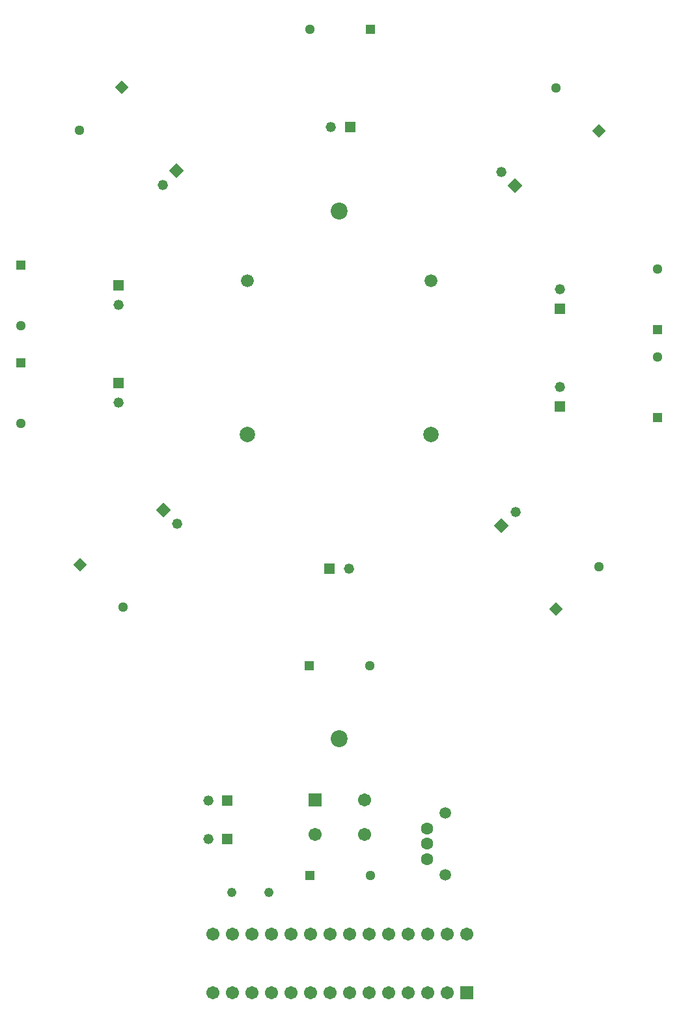
<source format=gbr>
%TF.GenerationSoftware,KiCad,Pcbnew,7.0.8*%
%TF.CreationDate,2023-11-22T11:24:00+01:00*%
%TF.ProjectId,ATMegaSpin,41544d65-6761-4537-9069-6e2e6b696361,2*%
%TF.SameCoordinates,Original*%
%TF.FileFunction,Soldermask,Bot*%
%TF.FilePolarity,Negative*%
%FSLAX46Y46*%
G04 Gerber Fmt 4.6, Leading zero omitted, Abs format (unit mm)*
G04 Created by KiCad (PCBNEW 7.0.8) date 2023-11-22 11:24:00*
%MOMM*%
%LPD*%
G01*
G04 APERTURE LIST*
G04 Aperture macros list*
%AMRoundRect*
0 Rectangle with rounded corners*
0 $1 Rounding radius*
0 $2 $3 $4 $5 $6 $7 $8 $9 X,Y pos of 4 corners*
0 Add a 4 corners polygon primitive as box body*
4,1,4,$2,$3,$4,$5,$6,$7,$8,$9,$2,$3,0*
0 Add four circle primitives for the rounded corners*
1,1,$1+$1,$2,$3*
1,1,$1+$1,$4,$5*
1,1,$1+$1,$6,$7*
1,1,$1+$1,$8,$9*
0 Add four rect primitives between the rounded corners*
20,1,$1+$1,$2,$3,$4,$5,0*
20,1,$1+$1,$4,$5,$6,$7,0*
20,1,$1+$1,$6,$7,$8,$9,0*
20,1,$1+$1,$8,$9,$2,$3,0*%
%AMRotRect*
0 Rectangle, with rotation*
0 The origin of the aperture is its center*
0 $1 length*
0 $2 width*
0 $3 Rotation angle, in degrees counterclockwise*
0 Add horizontal line*
21,1,$1,$2,0,0,$3*%
G04 Aperture macros list end*
%ADD10RotRect,1.295400X1.295400X225.000000*%
%ADD11C,1.295400*%
%ADD12R,1.295400X1.295400*%
%ADD13RotRect,1.320800X1.320800X315.000000*%
%ADD14C,1.320800*%
%ADD15C,2.200000*%
%ADD16R,1.320800X1.320800*%
%ADD17RoundRect,0.102000X-0.754000X-0.754000X0.754000X-0.754000X0.754000X0.754000X-0.754000X0.754000X0*%
%ADD18C,1.712000*%
%ADD19RotRect,1.320800X1.320800X135.000000*%
%ADD20RotRect,1.295400X1.295400X315.000000*%
%ADD21RotRect,1.320800X1.320800X45.000000*%
%ADD22RotRect,1.320800X1.320800X225.000000*%
%ADD23C,1.600200*%
%ADD24C,1.498600*%
%ADD25RotRect,1.295400X1.295400X45.000000*%
%ADD26RotRect,1.295400X1.295400X135.000000*%
%ADD27C,1.676400*%
%ADD28C,2.006600*%
%ADD29C,1.234000*%
%ADD30RoundRect,0.102000X0.754000X-0.754000X0.754000X0.754000X-0.754000X0.754000X-0.754000X-0.754000X0*%
G04 APERTURE END LIST*
D10*
%TO.C,R5*%
X120832600Y-46936800D03*
D11*
X115264841Y-52504559D03*
%TD*%
D12*
%TO.C,R11*%
X145242000Y-149414900D03*
D11*
X153116000Y-149414900D03*
%TD*%
D13*
%TO.C,LED2*%
X126248900Y-101862800D03*
D14*
X128044951Y-103658851D03*
%TD*%
D12*
%TO.C,R8*%
X190529000Y-78385900D03*
D11*
X190529000Y-70511900D03*
%TD*%
D15*
%TO.C,H*%
X149127000Y-131598900D03*
%TD*%
D16*
%TO.C,LED9*%
X177829000Y-88418900D03*
D14*
X177829000Y-85878900D03*
%TD*%
D12*
%TO.C,R6*%
X153159300Y-39396900D03*
D11*
X145285300Y-39396900D03*
%TD*%
D17*
%TO.C,S1*%
X145929000Y-139544900D03*
D18*
X152429000Y-139544900D03*
X145929000Y-144044900D03*
X152429000Y-144044900D03*
%TD*%
D12*
%TO.C,R9*%
X190529000Y-89815900D03*
D11*
X190529000Y-81941900D03*
%TD*%
D15*
%TO.C,h2*%
X149127000Y-63018900D03*
%TD*%
D12*
%TO.C,R1*%
X145170000Y-122100900D03*
D11*
X153044000Y-122100900D03*
%TD*%
D19*
%TO.C,LED7*%
X171987000Y-59716900D03*
D14*
X170190949Y-57920849D03*
%TD*%
D12*
%TO.C,R3*%
X107725000Y-82703900D03*
D11*
X107725000Y-90577900D03*
%TD*%
D20*
%TO.C,R2*%
X115382800Y-108957300D03*
D11*
X120950559Y-114525059D03*
%TD*%
D21*
%TO.C,LED10*%
X170209000Y-103912900D03*
D14*
X172005051Y-102116849D03*
%TD*%
D16*
%TO.C,LED3*%
X120425000Y-85370900D03*
D14*
X120425000Y-87910900D03*
%TD*%
D12*
%TO.C,R4*%
X107725000Y-70003900D03*
D11*
X107725000Y-77877900D03*
%TD*%
D22*
%TO.C,LED5*%
X127927000Y-57802900D03*
D14*
X126130949Y-59598951D03*
%TD*%
D16*
%TO.C,LED1*%
X147857000Y-109500900D03*
D14*
X150397000Y-109500900D03*
%TD*%
D16*
%TO.C,LED8*%
X177829000Y-75718900D03*
D14*
X177829000Y-73178900D03*
%TD*%
D23*
%TO.C,SW1*%
X160528000Y-147256001D03*
X160528000Y-145256000D03*
X160528000Y-143255999D03*
D24*
X162928000Y-149256000D03*
X162928000Y-141256000D03*
%TD*%
D25*
%TO.C,R10*%
X177303400Y-114779000D03*
D11*
X182871159Y-109211241D03*
%TD*%
D26*
%TO.C,R7*%
X182853100Y-52622500D03*
D11*
X177285341Y-47054741D03*
%TD*%
D16*
%TO.C,LED4*%
X120425000Y-72670900D03*
D14*
X120425000Y-75210900D03*
%TD*%
D16*
%TO.C,LED6*%
X150492300Y-52096900D03*
D14*
X147952300Y-52096900D03*
%TD*%
D27*
%TO.C,B1*%
X161065000Y-72067900D03*
D28*
X161065000Y-92057700D03*
%TD*%
D29*
%TO.C,Y1*%
X139967000Y-151598900D03*
X135087000Y-151598900D03*
%TD*%
D30*
%TO.C,X1*%
X165689000Y-164654900D03*
D18*
X163149000Y-164654900D03*
X160609000Y-164654900D03*
X158069000Y-164654900D03*
X155529000Y-164654900D03*
X152989000Y-164654900D03*
X150449000Y-164654900D03*
X147909000Y-164654900D03*
X145369000Y-164654900D03*
X142829000Y-164654900D03*
X140289000Y-164654900D03*
X137749000Y-164654900D03*
X135209000Y-164654900D03*
X132669000Y-164654900D03*
X132669000Y-157034900D03*
X135209000Y-157034900D03*
X137749000Y-157034900D03*
X140289000Y-157034900D03*
X142829000Y-157034900D03*
X145369000Y-157034900D03*
X147909000Y-157034900D03*
X150449000Y-157034900D03*
X152989000Y-157034900D03*
X155529000Y-157034900D03*
X158069000Y-157034900D03*
X160609000Y-157034900D03*
X163149000Y-157034900D03*
X165689000Y-157034900D03*
%TD*%
D16*
%TO.C,C1*%
X134527000Y-139598900D03*
D14*
X132027000Y-139598900D03*
%TD*%
D16*
%TO.C,C2*%
X134527000Y-144598900D03*
D14*
X132027000Y-144598900D03*
%TD*%
D27*
%TO.C,B2*%
X137189000Y-72067900D03*
D28*
X137189000Y-92057700D03*
%TD*%
M02*

</source>
